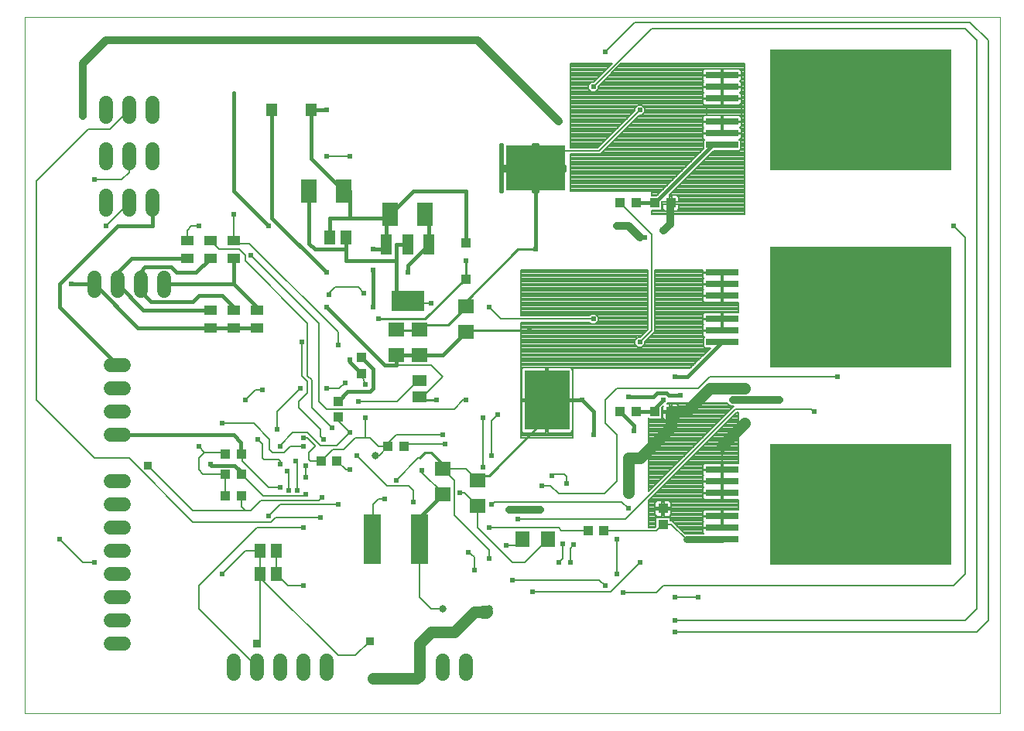
<source format=gbl>
G75*
%MOIN*%
%OFA0B0*%
%FSLAX25Y25*%
%IPPOS*%
%LPD*%
%AMOC8*
5,1,8,0,0,1.08239X$1,22.5*
%
%ADD10C,0.00000*%
%ADD11R,0.07087X0.06299*%
%ADD12R,0.05906X0.05118*%
%ADD13R,0.05118X0.05906*%
%ADD14R,0.06299X0.07087*%
%ADD15R,0.07283X0.21654*%
%ADD16R,0.06693X0.09843*%
%ADD17C,0.05937*%
%ADD18R,0.04331X0.04331*%
%ADD19R,0.05000X0.05787*%
%ADD20C,0.06000*%
%ADD21R,0.03937X0.04331*%
%ADD22R,0.04331X0.03937*%
%ADD23R,0.05512X0.04331*%
%ADD24R,0.04800X0.08800*%
%ADD25R,0.14173X0.08661*%
%ADD26R,0.25400X0.19200*%
%ADD27R,0.19200X0.25400*%
%ADD28R,0.78000X0.52000*%
%ADD29R,0.14000X0.02800*%
%ADD30C,0.03000*%
%ADD31C,0.00800*%
%ADD32C,0.01600*%
%ADD33C,0.01000*%
%ADD34C,0.02400*%
%ADD35C,0.03200*%
%ADD36R,0.03562X0.03562*%
%ADD37C,0.05000*%
%ADD38C,0.03169*%
%ADD39C,0.05500*%
%ADD40R,0.03169X0.03169*%
D10*
X0001000Y0001667D02*
X0001000Y0301667D01*
X0421000Y0301667D01*
X0421000Y0001667D01*
X0001000Y0001667D01*
D11*
X0181000Y0096155D03*
X0181000Y0107178D03*
X0196000Y0102178D03*
X0196000Y0091155D03*
X0171000Y0156155D03*
X0161000Y0156155D03*
X0161000Y0167178D03*
X0171000Y0167178D03*
X0191000Y0166155D03*
X0191000Y0177178D03*
D12*
X0171000Y0145013D03*
X0171000Y0138320D03*
D13*
X0109346Y0071667D03*
X0102654Y0071667D03*
X0102654Y0061667D03*
X0109346Y0061667D03*
X0132654Y0206667D03*
X0139346Y0206667D03*
D14*
X0215488Y0076667D03*
X0226512Y0076667D03*
D15*
X0171039Y0076667D03*
X0150961Y0076667D03*
D16*
X0158520Y0216667D03*
X0173480Y0216667D03*
X0138480Y0226667D03*
X0123520Y0226667D03*
D17*
X0061000Y0189635D02*
X0061000Y0183698D01*
X0051000Y0183698D02*
X0051000Y0189635D01*
X0041000Y0189635D02*
X0041000Y0183698D01*
X0031000Y0183698D02*
X0031000Y0189635D01*
X0038031Y0151667D02*
X0043969Y0151667D01*
X0043969Y0141667D02*
X0038031Y0141667D01*
X0038031Y0131667D02*
X0043969Y0131667D01*
X0043969Y0121667D02*
X0038031Y0121667D01*
X0038031Y0101667D02*
X0043969Y0101667D01*
X0043969Y0091667D02*
X0038031Y0091667D01*
X0038031Y0081667D02*
X0043969Y0081667D01*
X0043969Y0071667D02*
X0038031Y0071667D01*
X0038031Y0061667D02*
X0043969Y0061667D01*
X0043969Y0051667D02*
X0038031Y0051667D01*
X0038031Y0041667D02*
X0043969Y0041667D01*
X0043969Y0031667D02*
X0038031Y0031667D01*
X0091000Y0024635D02*
X0091000Y0018698D01*
X0101000Y0018698D02*
X0101000Y0024635D01*
X0111000Y0024635D02*
X0111000Y0018698D01*
X0121000Y0018698D02*
X0121000Y0024635D01*
X0131000Y0024635D02*
X0131000Y0018698D01*
X0181000Y0018698D02*
X0181000Y0024635D01*
X0191000Y0024635D02*
X0191000Y0018698D01*
D18*
X0191000Y0188989D03*
X0191000Y0204344D03*
D19*
X0124465Y0261667D03*
X0107535Y0261667D03*
D20*
X0056000Y0264667D02*
X0056000Y0258667D01*
X0046000Y0258667D02*
X0046000Y0264667D01*
X0036000Y0264667D02*
X0036000Y0258667D01*
X0036000Y0244667D02*
X0036000Y0238667D01*
X0046000Y0238667D02*
X0046000Y0244667D01*
X0056000Y0244667D02*
X0056000Y0238667D01*
X0056000Y0224667D02*
X0056000Y0218667D01*
X0046000Y0218667D02*
X0046000Y0224667D01*
X0036000Y0224667D02*
X0036000Y0218667D01*
D21*
X0157654Y0116667D03*
X0164346Y0116667D03*
X0135596Y0110417D03*
X0128904Y0110417D03*
X0094346Y0113542D03*
X0087654Y0113542D03*
X0087654Y0104792D03*
X0094346Y0104792D03*
X0094346Y0095417D03*
X0087654Y0095417D03*
X0243904Y0080417D03*
X0250596Y0080417D03*
X0257654Y0131667D03*
X0264346Y0131667D03*
X0272654Y0131667D03*
X0279346Y0131667D03*
X0279346Y0221667D03*
X0272654Y0221667D03*
X0264346Y0221667D03*
X0257654Y0221667D03*
D22*
X0146000Y0155013D03*
X0146000Y0148320D03*
X0136000Y0136263D03*
X0136000Y0129570D03*
X0276000Y0090013D03*
X0276000Y0083320D03*
D23*
X0101000Y0167730D03*
X0091000Y0167730D03*
X0081000Y0167730D03*
X0081000Y0175604D03*
X0091000Y0175604D03*
X0101000Y0175604D03*
X0091000Y0197730D03*
X0091000Y0205604D03*
X0081000Y0205604D03*
X0081000Y0197730D03*
X0071000Y0197730D03*
X0071000Y0205604D03*
D24*
X0156900Y0203867D03*
X0166000Y0203867D03*
X0175100Y0203867D03*
D25*
X0166000Y0179466D03*
D26*
X0221000Y0236667D03*
D27*
X0226000Y0136667D03*
D28*
X0361000Y0176667D03*
X0361000Y0261667D03*
X0361000Y0091667D03*
D29*
X0301450Y0096667D03*
X0301450Y0101667D03*
X0301450Y0106667D03*
X0301450Y0086667D03*
X0301450Y0081667D03*
X0301450Y0076667D03*
X0301450Y0161667D03*
X0301450Y0166667D03*
X0301450Y0171667D03*
X0301450Y0181667D03*
X0301450Y0186667D03*
X0301450Y0191667D03*
X0301450Y0246667D03*
X0301450Y0251667D03*
X0301450Y0256667D03*
X0301450Y0266667D03*
X0301450Y0271667D03*
X0301450Y0276667D03*
D30*
X0301450Y0076667D02*
X0286000Y0076667D01*
D31*
X0279346Y0083320D01*
X0276000Y0083320D01*
X0273096Y0080417D01*
X0250596Y0080417D01*
X0256000Y0076667D02*
X0256000Y0061667D01*
X0251000Y0056667D02*
X0248500Y0059167D01*
X0211000Y0059167D01*
X0219750Y0054167D02*
X0253500Y0054167D01*
X0266000Y0066667D01*
X0276000Y0056667D02*
X0401000Y0056667D01*
X0406000Y0061667D01*
X0406000Y0206667D01*
X0401000Y0211667D01*
X0351000Y0146667D02*
X0296000Y0146667D01*
X0291000Y0141667D01*
X0256000Y0141667D01*
X0251000Y0136667D01*
X0251000Y0126667D01*
X0256000Y0121667D01*
X0256000Y0101667D01*
X0250687Y0096354D01*
X0231000Y0096354D01*
X0227562Y0099792D01*
X0223812Y0099792D01*
X0228187Y0104167D02*
X0228812Y0104792D01*
X0233500Y0104792D01*
X0234437Y0103854D01*
X0234437Y0100729D01*
X0213500Y0085417D02*
X0259750Y0085417D01*
X0307250Y0132917D01*
X0339750Y0132917D01*
X0341000Y0131667D01*
X0308500Y0131517D02*
X0308500Y0109467D01*
X0301750Y0109467D01*
X0301750Y0106967D01*
X0301150Y0106967D01*
X0301150Y0109467D01*
X0294266Y0109467D01*
X0293910Y0109371D01*
X0293590Y0109187D01*
X0293330Y0108926D01*
X0293145Y0108607D01*
X0293050Y0108251D01*
X0293050Y0106967D01*
X0301150Y0106967D01*
X0301150Y0106367D01*
X0293050Y0106367D01*
X0293050Y0105082D01*
X0293145Y0104726D01*
X0293330Y0104407D01*
X0293570Y0104167D01*
X0293330Y0103926D01*
X0293145Y0103607D01*
X0293050Y0103251D01*
X0293050Y0101967D01*
X0301150Y0101967D01*
X0301150Y0106367D01*
X0301750Y0106367D01*
X0301750Y0103867D01*
X0301750Y0101967D01*
X0301150Y0101967D01*
X0301150Y0101367D01*
X0293050Y0101367D01*
X0293050Y0100082D01*
X0293145Y0099726D01*
X0293330Y0099407D01*
X0293570Y0099167D01*
X0293330Y0098926D01*
X0293145Y0098607D01*
X0293050Y0098251D01*
X0293050Y0096967D01*
X0301150Y0096967D01*
X0301150Y0101367D01*
X0301750Y0101367D01*
X0301750Y0098867D01*
X0301750Y0096967D01*
X0301150Y0096967D01*
X0301150Y0096367D01*
X0293050Y0096367D01*
X0293050Y0095082D01*
X0293145Y0094726D01*
X0293330Y0094407D01*
X0293590Y0094146D01*
X0293910Y0093962D01*
X0294266Y0093867D01*
X0301150Y0093867D01*
X0301150Y0096367D01*
X0301750Y0096367D01*
X0301750Y0093867D01*
X0308500Y0093867D01*
X0308500Y0089467D01*
X0301750Y0089467D01*
X0301750Y0086967D01*
X0301150Y0086967D01*
X0301150Y0089467D01*
X0294266Y0089467D01*
X0293910Y0089371D01*
X0293590Y0089187D01*
X0293330Y0088926D01*
X0293145Y0088607D01*
X0293050Y0088251D01*
X0293050Y0086967D01*
X0301150Y0086967D01*
X0301150Y0086367D01*
X0293050Y0086367D01*
X0293050Y0085082D01*
X0293145Y0084726D01*
X0293330Y0084407D01*
X0293570Y0084167D01*
X0293330Y0083926D01*
X0293145Y0083607D01*
X0293050Y0083251D01*
X0293050Y0081967D01*
X0301150Y0081967D01*
X0301150Y0086367D01*
X0301750Y0086367D01*
X0301750Y0083867D01*
X0301750Y0081967D01*
X0301150Y0081967D01*
X0301150Y0081367D01*
X0293050Y0081367D01*
X0293050Y0080082D01*
X0293145Y0079726D01*
X0293330Y0079407D01*
X0293570Y0079167D01*
X0285503Y0079167D01*
X0285487Y0079160D01*
X0279926Y0084720D01*
X0279165Y0084720D01*
X0279165Y0085703D01*
X0278580Y0086289D01*
X0273420Y0086289D01*
X0272835Y0085703D01*
X0272835Y0082135D01*
X0272517Y0081817D01*
X0269750Y0081817D01*
X0269750Y0093437D01*
X0307830Y0131517D01*
X0308500Y0131517D01*
X0308500Y0131025D02*
X0307339Y0131025D01*
X0306540Y0130227D02*
X0308500Y0130227D01*
X0308500Y0129428D02*
X0305742Y0129428D01*
X0304943Y0128630D02*
X0308500Y0128630D01*
X0308500Y0127831D02*
X0304145Y0127831D01*
X0303346Y0127033D02*
X0308500Y0127033D01*
X0308500Y0126234D02*
X0302548Y0126234D01*
X0301749Y0125436D02*
X0308500Y0125436D01*
X0308500Y0124637D02*
X0300951Y0124637D01*
X0300152Y0123839D02*
X0308500Y0123839D01*
X0308500Y0123040D02*
X0299354Y0123040D01*
X0298555Y0122242D02*
X0308500Y0122242D01*
X0308500Y0121443D02*
X0297757Y0121443D01*
X0296958Y0120645D02*
X0308500Y0120645D01*
X0308500Y0119846D02*
X0296160Y0119846D01*
X0295361Y0119048D02*
X0308500Y0119048D01*
X0308500Y0118249D02*
X0294563Y0118249D01*
X0293764Y0117451D02*
X0308500Y0117451D01*
X0308500Y0116652D02*
X0292966Y0116652D01*
X0292167Y0115854D02*
X0308500Y0115854D01*
X0308500Y0115055D02*
X0291369Y0115055D01*
X0290570Y0114257D02*
X0308500Y0114257D01*
X0308500Y0113458D02*
X0289771Y0113458D01*
X0288973Y0112660D02*
X0308500Y0112660D01*
X0308500Y0111861D02*
X0288174Y0111861D01*
X0287376Y0111063D02*
X0308500Y0111063D01*
X0308500Y0110264D02*
X0286577Y0110264D01*
X0285779Y0109466D02*
X0294262Y0109466D01*
X0293180Y0108667D02*
X0284980Y0108667D01*
X0284182Y0107869D02*
X0293050Y0107869D01*
X0293050Y0107070D02*
X0283383Y0107070D01*
X0282585Y0106272D02*
X0293050Y0106272D01*
X0293050Y0105473D02*
X0281786Y0105473D01*
X0280988Y0104675D02*
X0293175Y0104675D01*
X0293301Y0103876D02*
X0280189Y0103876D01*
X0279391Y0103078D02*
X0293050Y0103078D01*
X0293050Y0102279D02*
X0278592Y0102279D01*
X0277794Y0101481D02*
X0301150Y0101481D01*
X0301150Y0102279D02*
X0301750Y0102279D01*
X0301750Y0103078D02*
X0301150Y0103078D01*
X0301150Y0103876D02*
X0301750Y0103876D01*
X0301750Y0104675D02*
X0301150Y0104675D01*
X0301150Y0105473D02*
X0301750Y0105473D01*
X0301750Y0106272D02*
X0301150Y0106272D01*
X0301450Y0106667D02*
X0301450Y0117117D01*
X0301150Y0109466D02*
X0301750Y0109466D01*
X0301750Y0108667D02*
X0301150Y0108667D01*
X0301150Y0107869D02*
X0301750Y0107869D01*
X0301750Y0107070D02*
X0301150Y0107070D01*
X0301150Y0100682D02*
X0301750Y0100682D01*
X0301750Y0099884D02*
X0301150Y0099884D01*
X0301150Y0099085D02*
X0301750Y0099085D01*
X0301750Y0098287D02*
X0301150Y0098287D01*
X0301150Y0097488D02*
X0301750Y0097488D01*
X0301150Y0096690D02*
X0273003Y0096690D01*
X0273801Y0097488D02*
X0293050Y0097488D01*
X0293060Y0098287D02*
X0274600Y0098287D01*
X0275398Y0099085D02*
X0293489Y0099085D01*
X0293103Y0099884D02*
X0276197Y0099884D01*
X0276995Y0100682D02*
X0293050Y0100682D01*
X0293050Y0095891D02*
X0272204Y0095891D01*
X0271406Y0095092D02*
X0293050Y0095092D01*
X0293443Y0094294D02*
X0270607Y0094294D01*
X0269809Y0093495D02*
X0308500Y0093495D01*
X0308500Y0092697D02*
X0279369Y0092697D01*
X0279286Y0092841D02*
X0279025Y0093102D01*
X0278706Y0093286D01*
X0278350Y0093382D01*
X0276400Y0093382D01*
X0276400Y0090413D01*
X0279565Y0090413D01*
X0279565Y0092166D01*
X0279470Y0092522D01*
X0279286Y0092841D01*
X0279565Y0091898D02*
X0308500Y0091898D01*
X0308500Y0091100D02*
X0279565Y0091100D01*
X0279565Y0089613D02*
X0276400Y0089613D01*
X0276400Y0086645D01*
X0278350Y0086645D01*
X0278706Y0086740D01*
X0279025Y0086924D01*
X0279286Y0087185D01*
X0279470Y0087504D01*
X0279565Y0087860D01*
X0279565Y0089613D01*
X0279565Y0089503D02*
X0308500Y0089503D01*
X0308500Y0090301D02*
X0276400Y0090301D01*
X0276400Y0090413D02*
X0276400Y0089613D01*
X0275600Y0089613D01*
X0275600Y0086645D01*
X0273650Y0086645D01*
X0273294Y0086740D01*
X0272975Y0086924D01*
X0272714Y0087185D01*
X0272530Y0087504D01*
X0272435Y0087860D01*
X0272435Y0089613D01*
X0275600Y0089613D01*
X0275600Y0090413D01*
X0272435Y0090413D01*
X0272435Y0092166D01*
X0272530Y0092522D01*
X0272714Y0092841D01*
X0272975Y0093102D01*
X0273294Y0093286D01*
X0273650Y0093382D01*
X0275600Y0093382D01*
X0275600Y0090413D01*
X0276400Y0090413D01*
X0276400Y0091100D02*
X0275600Y0091100D01*
X0275600Y0091898D02*
X0276400Y0091898D01*
X0276400Y0092697D02*
X0275600Y0092697D01*
X0275600Y0090301D02*
X0269750Y0090301D01*
X0269750Y0089503D02*
X0272435Y0089503D01*
X0272435Y0088704D02*
X0269750Y0088704D01*
X0269750Y0087906D02*
X0272435Y0087906D01*
X0272792Y0087107D02*
X0269750Y0087107D01*
X0269750Y0086309D02*
X0293050Y0086309D01*
X0293050Y0087107D02*
X0279208Y0087107D01*
X0279565Y0087906D02*
X0293050Y0087906D01*
X0293202Y0088704D02*
X0279565Y0088704D01*
X0276400Y0088704D02*
X0275600Y0088704D01*
X0275600Y0087906D02*
X0276400Y0087906D01*
X0276400Y0087107D02*
X0275600Y0087107D01*
X0275600Y0089503D02*
X0276400Y0089503D01*
X0272435Y0091100D02*
X0269750Y0091100D01*
X0269750Y0091898D02*
X0272435Y0091898D01*
X0272631Y0092697D02*
X0269750Y0092697D01*
X0269750Y0097397D02*
X0269750Y0129022D01*
X0270271Y0128501D01*
X0275036Y0128501D01*
X0275622Y0129087D01*
X0275622Y0133743D01*
X0276008Y0134129D01*
X0275978Y0134016D01*
X0275978Y0132067D01*
X0278946Y0132067D01*
X0278946Y0131267D01*
X0275978Y0131267D01*
X0275978Y0129317D01*
X0276073Y0128961D01*
X0276258Y0128642D01*
X0276518Y0128381D01*
X0276838Y0128197D01*
X0277194Y0128101D01*
X0278946Y0128101D01*
X0278946Y0131267D01*
X0279746Y0131267D01*
X0279746Y0128101D01*
X0281499Y0128101D01*
X0281855Y0128197D01*
X0282175Y0128381D01*
X0282435Y0128642D01*
X0282620Y0128961D01*
X0282715Y0129317D01*
X0282715Y0131267D01*
X0279746Y0131267D01*
X0279746Y0132067D01*
X0278946Y0132067D01*
X0278946Y0135232D01*
X0277677Y0135232D01*
X0277861Y0135417D01*
X0303704Y0135417D01*
X0303796Y0135194D01*
X0304527Y0134462D01*
X0305483Y0134067D01*
X0306420Y0134067D01*
X0305850Y0133497D01*
X0269750Y0097397D01*
X0269750Y0097488D02*
X0269841Y0097488D01*
X0269750Y0098287D02*
X0270640Y0098287D01*
X0271438Y0099085D02*
X0269750Y0099085D01*
X0269750Y0099884D02*
X0272237Y0099884D01*
X0273036Y0100682D02*
X0269750Y0100682D01*
X0269750Y0101481D02*
X0273834Y0101481D01*
X0274633Y0102279D02*
X0269750Y0102279D01*
X0269750Y0103078D02*
X0275431Y0103078D01*
X0276230Y0103876D02*
X0269750Y0103876D01*
X0269750Y0104675D02*
X0277028Y0104675D01*
X0277827Y0105473D02*
X0269750Y0105473D01*
X0269750Y0106272D02*
X0278625Y0106272D01*
X0279424Y0107070D02*
X0269750Y0107070D01*
X0269750Y0107869D02*
X0280222Y0107869D01*
X0281021Y0108667D02*
X0269750Y0108667D01*
X0269750Y0109466D02*
X0281819Y0109466D01*
X0282618Y0110264D02*
X0269750Y0110264D01*
X0269750Y0111063D02*
X0283416Y0111063D01*
X0284215Y0111861D02*
X0269750Y0111861D01*
X0269750Y0112660D02*
X0285013Y0112660D01*
X0285812Y0113458D02*
X0269750Y0113458D01*
X0269750Y0114257D02*
X0286610Y0114257D01*
X0287409Y0115055D02*
X0269750Y0115055D01*
X0269750Y0115854D02*
X0288207Y0115854D01*
X0289006Y0116652D02*
X0269750Y0116652D01*
X0269750Y0117451D02*
X0289804Y0117451D01*
X0290603Y0118249D02*
X0269750Y0118249D01*
X0269750Y0119048D02*
X0291401Y0119048D01*
X0292200Y0119846D02*
X0269750Y0119846D01*
X0269750Y0120645D02*
X0292998Y0120645D01*
X0293797Y0121443D02*
X0269750Y0121443D01*
X0269750Y0122242D02*
X0294595Y0122242D01*
X0295394Y0123040D02*
X0269750Y0123040D01*
X0269750Y0123839D02*
X0296192Y0123839D01*
X0296991Y0124637D02*
X0269750Y0124637D01*
X0269750Y0125436D02*
X0297789Y0125436D01*
X0298588Y0126234D02*
X0269750Y0126234D01*
X0269750Y0127033D02*
X0299386Y0127033D01*
X0300185Y0127831D02*
X0269750Y0127831D01*
X0269750Y0128630D02*
X0270142Y0128630D01*
X0275165Y0128630D02*
X0276269Y0128630D01*
X0275978Y0129428D02*
X0275622Y0129428D01*
X0275622Y0130227D02*
X0275978Y0130227D01*
X0275978Y0131025D02*
X0275622Y0131025D01*
X0275622Y0131824D02*
X0278946Y0131824D01*
X0278946Y0132623D02*
X0279746Y0132623D01*
X0279746Y0132067D02*
X0279746Y0135232D01*
X0281499Y0135232D01*
X0281855Y0135137D01*
X0282175Y0134952D01*
X0282435Y0134692D01*
X0282620Y0134372D01*
X0282715Y0134016D01*
X0282715Y0132067D01*
X0279746Y0132067D01*
X0279746Y0131824D02*
X0304177Y0131824D01*
X0303379Y0131025D02*
X0282715Y0131025D01*
X0282715Y0130227D02*
X0302580Y0130227D01*
X0301782Y0129428D02*
X0282715Y0129428D01*
X0282423Y0128630D02*
X0300983Y0128630D01*
X0304976Y0132623D02*
X0282715Y0132623D01*
X0282715Y0133421D02*
X0305774Y0133421D01*
X0305114Y0134220D02*
X0282661Y0134220D01*
X0282061Y0135018D02*
X0303972Y0135018D01*
X0288226Y0150988D02*
X0214750Y0150988D01*
X0214750Y0150190D02*
X0215259Y0150190D01*
X0215280Y0150226D02*
X0215095Y0149907D01*
X0215000Y0149551D01*
X0215000Y0137067D01*
X0225600Y0137067D01*
X0225600Y0150767D01*
X0216216Y0150767D01*
X0215860Y0150671D01*
X0215540Y0150487D01*
X0215280Y0150226D01*
X0215000Y0149391D02*
X0214750Y0149391D01*
X0214750Y0148593D02*
X0215000Y0148593D01*
X0215000Y0147794D02*
X0214750Y0147794D01*
X0214750Y0146996D02*
X0215000Y0146996D01*
X0215000Y0146197D02*
X0214750Y0146197D01*
X0214750Y0145399D02*
X0215000Y0145399D01*
X0215000Y0144600D02*
X0214750Y0144600D01*
X0214750Y0143802D02*
X0215000Y0143802D01*
X0215000Y0143003D02*
X0214750Y0143003D01*
X0214750Y0142205D02*
X0215000Y0142205D01*
X0215000Y0141406D02*
X0214750Y0141406D01*
X0214750Y0140608D02*
X0215000Y0140608D01*
X0215000Y0139809D02*
X0214750Y0139809D01*
X0214750Y0139011D02*
X0215000Y0139011D01*
X0215000Y0138212D02*
X0214750Y0138212D01*
X0214750Y0137414D02*
X0215000Y0137414D01*
X0214750Y0136615D02*
X0225600Y0136615D01*
X0225600Y0136267D02*
X0215000Y0136267D01*
X0215000Y0123782D01*
X0215095Y0123426D01*
X0215280Y0123107D01*
X0215540Y0122846D01*
X0215860Y0122662D01*
X0216216Y0122567D01*
X0225600Y0122567D01*
X0225600Y0136267D01*
X0225600Y0137067D01*
X0226400Y0137067D01*
X0226400Y0150767D01*
X0235784Y0150767D01*
X0236140Y0150671D01*
X0236460Y0150487D01*
X0236720Y0150226D01*
X0236905Y0149907D01*
X0237000Y0149551D01*
X0237000Y0137067D01*
X0226400Y0137067D01*
X0226400Y0136267D01*
X0237000Y0136267D01*
X0237000Y0123782D01*
X0236905Y0123426D01*
X0236720Y0123107D01*
X0236460Y0122846D01*
X0236140Y0122662D01*
X0235784Y0122567D01*
X0226400Y0122567D01*
X0226400Y0136267D01*
X0225600Y0136267D01*
X0225600Y0135817D02*
X0226400Y0135817D01*
X0226400Y0136615D02*
X0237250Y0136615D01*
X0237250Y0135817D02*
X0237000Y0135817D01*
X0237000Y0135018D02*
X0237250Y0135018D01*
X0237250Y0134220D02*
X0237000Y0134220D01*
X0237000Y0133421D02*
X0237250Y0133421D01*
X0237250Y0132623D02*
X0237000Y0132623D01*
X0237000Y0131824D02*
X0237250Y0131824D01*
X0237250Y0131025D02*
X0237000Y0131025D01*
X0237000Y0130227D02*
X0237250Y0130227D01*
X0237250Y0129428D02*
X0237000Y0129428D01*
X0237000Y0128630D02*
X0237250Y0128630D01*
X0237250Y0127831D02*
X0237000Y0127831D01*
X0237000Y0127033D02*
X0237250Y0127033D01*
X0237250Y0126234D02*
X0237000Y0126234D01*
X0237000Y0125436D02*
X0237250Y0125436D01*
X0237250Y0124637D02*
X0237000Y0124637D01*
X0237000Y0123839D02*
X0237250Y0123839D01*
X0237250Y0123040D02*
X0236654Y0123040D01*
X0237250Y0122242D02*
X0214750Y0122242D01*
X0214750Y0123040D02*
X0215346Y0123040D01*
X0215000Y0123839D02*
X0214750Y0123839D01*
X0214750Y0124637D02*
X0215000Y0124637D01*
X0215000Y0125436D02*
X0214750Y0125436D01*
X0214750Y0126234D02*
X0215000Y0126234D01*
X0215000Y0127033D02*
X0214750Y0127033D01*
X0214750Y0127831D02*
X0215000Y0127831D01*
X0215000Y0128630D02*
X0214750Y0128630D01*
X0214750Y0129428D02*
X0215000Y0129428D01*
X0215000Y0130227D02*
X0214750Y0130227D01*
X0214750Y0131025D02*
X0215000Y0131025D01*
X0215000Y0131824D02*
X0214750Y0131824D01*
X0214750Y0132623D02*
X0215000Y0132623D01*
X0215000Y0133421D02*
X0214750Y0133421D01*
X0214750Y0134220D02*
X0215000Y0134220D01*
X0215000Y0135018D02*
X0214750Y0135018D01*
X0214750Y0135817D02*
X0215000Y0135817D01*
X0204750Y0130417D02*
X0202250Y0127917D01*
X0202250Y0112917D01*
X0198500Y0107917D02*
X0198500Y0129167D01*
X0191000Y0136667D02*
X0189750Y0136667D01*
X0186000Y0132917D01*
X0131000Y0132917D01*
X0127875Y0136042D01*
X0127875Y0169792D01*
X0098500Y0199167D01*
X0096000Y0199167D02*
X0096000Y0196667D01*
X0122875Y0169792D01*
X0122875Y0147292D01*
X0124750Y0145417D01*
X0124750Y0133542D01*
X0133500Y0124792D01*
X0136000Y0127917D02*
X0141000Y0122917D01*
X0135375Y0117292D01*
X0128500Y0117292D01*
X0122875Y0122917D01*
X0116625Y0122917D01*
X0111000Y0117292D01*
X0111000Y0116667D01*
X0112875Y0114167D02*
X0107875Y0114167D01*
X0106625Y0115417D01*
X0106625Y0119792D01*
X0099750Y0126667D01*
X0086000Y0126667D01*
X0076000Y0116667D02*
X0078500Y0114167D01*
X0087029Y0114167D01*
X0087654Y0113542D01*
X0094346Y0113542D02*
X0094750Y0113138D01*
X0094750Y0110417D01*
X0106000Y0099167D01*
X0111000Y0099167D01*
X0114750Y0097917D02*
X0114750Y0105417D01*
X0114125Y0106042D01*
X0111000Y0109167D02*
X0111000Y0110417D01*
X0110375Y0111042D01*
X0104125Y0111042D01*
X0103500Y0111667D01*
X0103500Y0117917D01*
X0101625Y0119792D01*
X0109750Y0124167D02*
X0109750Y0131667D01*
X0119750Y0141667D01*
X0122875Y0139792D02*
X0122875Y0144792D01*
X0120375Y0147292D01*
X0120375Y0161667D01*
X0136000Y0160417D02*
X0136000Y0166042D01*
X0097875Y0204167D01*
X0092437Y0204167D01*
X0091000Y0205604D01*
X0091000Y0216667D01*
X0076000Y0211667D02*
X0072875Y0211667D01*
X0071000Y0209792D01*
X0071000Y0205604D01*
X0081000Y0205604D02*
X0084937Y0201667D01*
X0093500Y0201667D01*
X0096000Y0199167D01*
X0132250Y0182917D02*
X0134750Y0185417D01*
X0144750Y0185417D01*
X0147250Y0182917D01*
X0132250Y0182917D02*
X0132250Y0182292D01*
X0166000Y0179466D02*
X0166924Y0178542D01*
X0176000Y0178542D01*
X0201000Y0176667D02*
X0206000Y0171667D01*
X0246000Y0171667D01*
X0247597Y0170153D02*
X0269600Y0170153D01*
X0269600Y0170951D02*
X0248200Y0170951D01*
X0248200Y0170755D02*
X0246911Y0169467D01*
X0245089Y0169467D01*
X0244289Y0170267D01*
X0214750Y0170267D01*
X0214750Y0120417D01*
X0237250Y0120417D01*
X0237250Y0150417D01*
X0287654Y0150417D01*
X0296504Y0159267D01*
X0294036Y0159267D01*
X0293450Y0159852D01*
X0293450Y0163481D01*
X0293927Y0163958D01*
X0293910Y0163962D01*
X0293590Y0164146D01*
X0293330Y0164407D01*
X0293145Y0164726D01*
X0293050Y0165082D01*
X0293050Y0166367D01*
X0301150Y0166367D01*
X0301150Y0166967D01*
X0301150Y0171367D01*
X0293050Y0171367D01*
X0293050Y0170082D01*
X0293145Y0169726D01*
X0293330Y0169407D01*
X0293570Y0169167D01*
X0293330Y0168926D01*
X0293145Y0168607D01*
X0293050Y0168251D01*
X0293050Y0166967D01*
X0301150Y0166967D01*
X0301750Y0166967D01*
X0301750Y0168867D01*
X0301750Y0171367D01*
X0301150Y0171367D01*
X0301150Y0171967D01*
X0301150Y0174467D01*
X0294266Y0174467D01*
X0293910Y0174371D01*
X0293590Y0174187D01*
X0293330Y0173926D01*
X0293145Y0173607D01*
X0293050Y0173251D01*
X0293050Y0171967D01*
X0301150Y0171967D01*
X0301750Y0171967D01*
X0301750Y0174467D01*
X0308500Y0174467D01*
X0308500Y0178867D01*
X0301750Y0178867D01*
X0301750Y0181367D01*
X0301150Y0181367D01*
X0293050Y0181367D01*
X0293050Y0180082D01*
X0293145Y0179726D01*
X0293330Y0179407D01*
X0293590Y0179146D01*
X0293910Y0178962D01*
X0294266Y0178867D01*
X0301150Y0178867D01*
X0301150Y0181367D01*
X0301150Y0181967D01*
X0301150Y0186367D01*
X0293050Y0186367D01*
X0293050Y0185082D01*
X0293145Y0184726D01*
X0293330Y0184407D01*
X0293570Y0184167D01*
X0293330Y0183926D01*
X0293145Y0183607D01*
X0293050Y0183251D01*
X0293050Y0181967D01*
X0301150Y0181967D01*
X0301750Y0181967D01*
X0301750Y0183867D01*
X0301750Y0186367D01*
X0301150Y0186367D01*
X0301150Y0186967D01*
X0301150Y0191367D01*
X0293050Y0191367D01*
X0293050Y0190082D01*
X0293145Y0189726D01*
X0293330Y0189407D01*
X0293570Y0189167D01*
X0293330Y0188926D01*
X0293145Y0188607D01*
X0293050Y0188251D01*
X0293050Y0186967D01*
X0301150Y0186967D01*
X0301750Y0186967D01*
X0301750Y0188867D01*
X0301750Y0191367D01*
X0301150Y0191367D01*
X0301150Y0191967D01*
X0293050Y0191967D01*
X0293050Y0192917D01*
X0272400Y0192917D01*
X0272400Y0166087D01*
X0268200Y0161887D01*
X0268200Y0160755D01*
X0266911Y0159467D01*
X0265089Y0159467D01*
X0263800Y0160755D01*
X0263800Y0162578D01*
X0265089Y0163867D01*
X0266220Y0163867D01*
X0269600Y0167247D01*
X0269600Y0192917D01*
X0214750Y0192917D01*
X0214750Y0173067D01*
X0244289Y0173067D01*
X0245089Y0173867D01*
X0246911Y0173867D01*
X0248200Y0172578D01*
X0248200Y0170755D01*
X0248200Y0171750D02*
X0269600Y0171750D01*
X0269600Y0172548D02*
X0248200Y0172548D01*
X0247431Y0173347D02*
X0269600Y0173347D01*
X0269600Y0174145D02*
X0214750Y0174145D01*
X0214750Y0173347D02*
X0244569Y0173347D01*
X0244403Y0170153D02*
X0214750Y0170153D01*
X0214750Y0169354D02*
X0269600Y0169354D01*
X0269600Y0168556D02*
X0214750Y0168556D01*
X0214750Y0167757D02*
X0269600Y0167757D01*
X0269312Y0166959D02*
X0214750Y0166959D01*
X0214750Y0166160D02*
X0268513Y0166160D01*
X0267715Y0165361D02*
X0214750Y0165361D01*
X0214750Y0164563D02*
X0266916Y0164563D01*
X0264987Y0163764D02*
X0214750Y0163764D01*
X0214750Y0162966D02*
X0264188Y0162966D01*
X0263800Y0162167D02*
X0214750Y0162167D01*
X0214750Y0161369D02*
X0263800Y0161369D01*
X0263985Y0160570D02*
X0214750Y0160570D01*
X0214750Y0159772D02*
X0264783Y0159772D01*
X0266000Y0161667D02*
X0271000Y0166667D01*
X0271000Y0208229D01*
X0266000Y0213229D01*
X0266000Y0213320D01*
X0257654Y0221667D01*
X0271000Y0224832D02*
X0271000Y0226667D01*
X0236000Y0226667D01*
X0236000Y0242767D01*
X0249080Y0242767D01*
X0265780Y0259467D01*
X0266911Y0259467D01*
X0268200Y0260755D01*
X0268200Y0262578D01*
X0266911Y0263867D01*
X0265089Y0263867D01*
X0263800Y0262578D01*
X0263800Y0261447D01*
X0247920Y0245567D01*
X0236000Y0245567D01*
X0236000Y0281667D01*
X0254020Y0281667D01*
X0246220Y0273867D01*
X0245089Y0273867D01*
X0243800Y0272578D01*
X0243800Y0270755D01*
X0245089Y0269467D01*
X0246911Y0269467D01*
X0248200Y0270755D01*
X0248200Y0271887D01*
X0257980Y0281667D01*
X0311000Y0281667D01*
X0311000Y0216667D01*
X0271000Y0216667D01*
X0271000Y0218501D01*
X0275036Y0218501D01*
X0275622Y0219087D01*
X0275622Y0222090D01*
X0275978Y0222445D01*
X0275978Y0222067D01*
X0278946Y0222067D01*
X0278946Y0225232D01*
X0278764Y0225232D01*
X0297799Y0244267D01*
X0308864Y0244267D01*
X0309450Y0244852D01*
X0309450Y0248481D01*
X0308973Y0248958D01*
X0308990Y0248962D01*
X0309310Y0249146D01*
X0309570Y0249407D01*
X0309755Y0249726D01*
X0309850Y0250082D01*
X0309850Y0251367D01*
X0301750Y0251367D01*
X0301750Y0251967D01*
X0301150Y0251967D01*
X0301150Y0256367D01*
X0293050Y0256367D01*
X0293050Y0255082D01*
X0293145Y0254726D01*
X0293330Y0254407D01*
X0293570Y0254167D01*
X0293330Y0253926D01*
X0293145Y0253607D01*
X0293050Y0253251D01*
X0293050Y0251967D01*
X0301150Y0251967D01*
X0301150Y0256367D01*
X0301150Y0256967D01*
X0301150Y0259467D01*
X0294266Y0259467D01*
X0293910Y0259371D01*
X0293590Y0259187D01*
X0293330Y0258926D01*
X0293145Y0258607D01*
X0293050Y0258251D01*
X0293050Y0256967D01*
X0301150Y0256967D01*
X0301750Y0256967D01*
X0301750Y0259467D01*
X0308634Y0259467D01*
X0308990Y0259371D01*
X0309310Y0259187D01*
X0309570Y0258926D01*
X0309755Y0258607D01*
X0309850Y0258251D01*
X0309850Y0256967D01*
X0301750Y0256967D01*
X0301150Y0256967D01*
X0301150Y0259467D01*
X0294750Y0259467D01*
X0294750Y0263867D01*
X0301150Y0263867D01*
X0301150Y0266367D01*
X0293050Y0266367D01*
X0293050Y0265082D01*
X0293145Y0264726D01*
X0293330Y0264407D01*
X0293590Y0264146D01*
X0293910Y0263962D01*
X0294266Y0263867D01*
X0301150Y0263867D01*
X0301150Y0266367D01*
X0301150Y0266967D01*
X0301150Y0271367D01*
X0293050Y0271367D01*
X0293050Y0270082D01*
X0293145Y0269726D01*
X0293330Y0269407D01*
X0293570Y0269167D01*
X0293330Y0268926D01*
X0293145Y0268607D01*
X0293050Y0268251D01*
X0293050Y0266967D01*
X0301150Y0266967D01*
X0301750Y0266967D01*
X0301750Y0269467D01*
X0301750Y0271367D01*
X0301750Y0271967D01*
X0301150Y0271967D01*
X0301150Y0276367D01*
X0293050Y0276367D01*
X0293050Y0275082D01*
X0293145Y0274726D01*
X0293330Y0274407D01*
X0293570Y0274167D01*
X0293330Y0273926D01*
X0293145Y0273607D01*
X0293050Y0273251D01*
X0293050Y0271967D01*
X0301150Y0271967D01*
X0301150Y0276367D01*
X0301150Y0276967D01*
X0301150Y0279467D01*
X0294266Y0279467D01*
X0293910Y0279371D01*
X0293590Y0279187D01*
X0293330Y0278926D01*
X0293145Y0278607D01*
X0293050Y0278251D01*
X0293050Y0276967D01*
X0301150Y0276967D01*
X0301750Y0276967D01*
X0301750Y0279467D01*
X0308634Y0279467D01*
X0308990Y0279371D01*
X0309310Y0279187D01*
X0309570Y0278926D01*
X0309755Y0278607D01*
X0309850Y0278251D01*
X0309850Y0276967D01*
X0301750Y0276967D01*
X0301750Y0276367D01*
X0309850Y0276367D01*
X0309850Y0275082D01*
X0309755Y0274726D01*
X0309570Y0274407D01*
X0309330Y0274167D01*
X0309570Y0273926D01*
X0309755Y0273607D01*
X0309850Y0273251D01*
X0309850Y0271967D01*
X0301750Y0271967D01*
X0301750Y0273867D01*
X0301750Y0276367D01*
X0301150Y0276367D01*
X0294750Y0276367D01*
X0294750Y0276967D01*
X0301150Y0276967D01*
X0301150Y0276367D01*
X0301750Y0276367D01*
X0301750Y0273867D01*
X0301750Y0271967D01*
X0301150Y0271967D01*
X0301150Y0271367D01*
X0301750Y0271367D01*
X0309850Y0271367D01*
X0309850Y0270082D01*
X0309755Y0269726D01*
X0309570Y0269407D01*
X0309330Y0269167D01*
X0309570Y0268926D01*
X0309755Y0268607D01*
X0309850Y0268251D01*
X0309850Y0266967D01*
X0301750Y0266967D01*
X0301150Y0266967D01*
X0301150Y0271367D01*
X0301750Y0271367D01*
X0301750Y0269467D01*
X0301750Y0266967D01*
X0301750Y0266367D01*
X0309850Y0266367D01*
X0309850Y0265082D01*
X0309755Y0264726D01*
X0309570Y0264407D01*
X0309310Y0264146D01*
X0308990Y0263962D01*
X0308634Y0263867D01*
X0301750Y0263867D01*
X0301750Y0266367D01*
X0301150Y0266367D01*
X0301750Y0266367D01*
X0301750Y0263867D01*
X0308634Y0263867D01*
X0308990Y0263962D01*
X0309310Y0264146D01*
X0309570Y0264407D01*
X0309750Y0264718D01*
X0309750Y0258615D01*
X0309570Y0258926D01*
X0309310Y0259187D01*
X0308990Y0259371D01*
X0308634Y0259467D01*
X0301750Y0259467D01*
X0301750Y0256967D01*
X0301750Y0256367D01*
X0309850Y0256367D01*
X0309850Y0255082D01*
X0309755Y0254726D01*
X0309570Y0254407D01*
X0309330Y0254167D01*
X0309570Y0253926D01*
X0309755Y0253607D01*
X0309850Y0253251D01*
X0309850Y0251967D01*
X0301750Y0251967D01*
X0301750Y0253867D01*
X0301750Y0256367D01*
X0301150Y0256367D01*
X0301750Y0256367D01*
X0301750Y0253867D01*
X0301750Y0251967D01*
X0301150Y0251967D01*
X0301150Y0251367D01*
X0293050Y0251367D01*
X0293050Y0250082D01*
X0293145Y0249726D01*
X0293330Y0249407D01*
X0293590Y0249146D01*
X0293910Y0248962D01*
X0293927Y0248958D01*
X0293450Y0248481D01*
X0293450Y0245009D01*
X0273273Y0224832D01*
X0271000Y0224832D01*
X0271000Y0225250D02*
X0273691Y0225250D01*
X0274490Y0226048D02*
X0271000Y0226048D01*
X0275288Y0226847D02*
X0236000Y0226847D01*
X0236000Y0227645D02*
X0276087Y0227645D01*
X0276885Y0228444D02*
X0236000Y0228444D01*
X0236000Y0229242D02*
X0277684Y0229242D01*
X0278482Y0230041D02*
X0236000Y0230041D01*
X0236000Y0230839D02*
X0279281Y0230839D01*
X0280079Y0231638D02*
X0236000Y0231638D01*
X0236000Y0232436D02*
X0280878Y0232436D01*
X0281676Y0233235D02*
X0236000Y0233235D01*
X0236000Y0234033D02*
X0282475Y0234033D01*
X0283273Y0234832D02*
X0236000Y0234832D01*
X0236000Y0235630D02*
X0284072Y0235630D01*
X0284870Y0236429D02*
X0236000Y0236429D01*
X0236000Y0237227D02*
X0285669Y0237227D01*
X0286467Y0238026D02*
X0236000Y0238026D01*
X0236000Y0238825D02*
X0287266Y0238825D01*
X0288064Y0239623D02*
X0236000Y0239623D01*
X0236000Y0240422D02*
X0288863Y0240422D01*
X0289661Y0241220D02*
X0236000Y0241220D01*
X0236000Y0242019D02*
X0290460Y0242019D01*
X0291258Y0242817D02*
X0249130Y0242817D01*
X0249929Y0243616D02*
X0292057Y0243616D01*
X0292855Y0244414D02*
X0250727Y0244414D01*
X0251526Y0245213D02*
X0293450Y0245213D01*
X0293450Y0246011D02*
X0252324Y0246011D01*
X0253123Y0246810D02*
X0293450Y0246810D01*
X0293450Y0247608D02*
X0253921Y0247608D01*
X0254720Y0248407D02*
X0293450Y0248407D01*
X0293532Y0249205D02*
X0255518Y0249205D01*
X0256317Y0250004D02*
X0293071Y0250004D01*
X0293050Y0250802D02*
X0257115Y0250802D01*
X0257914Y0251601D02*
X0301150Y0251601D01*
X0301750Y0251601D02*
X0311000Y0251601D01*
X0311000Y0252399D02*
X0309850Y0252399D01*
X0309850Y0253198D02*
X0311000Y0253198D01*
X0311000Y0253996D02*
X0309500Y0253996D01*
X0309773Y0254795D02*
X0311000Y0254795D01*
X0311000Y0255593D02*
X0309850Y0255593D01*
X0311000Y0256392D02*
X0301750Y0256392D01*
X0301150Y0256392D02*
X0262705Y0256392D01*
X0263504Y0257190D02*
X0293050Y0257190D01*
X0293050Y0257989D02*
X0264302Y0257989D01*
X0265101Y0258787D02*
X0293249Y0258787D01*
X0294750Y0259586D02*
X0309750Y0259586D01*
X0309750Y0260384D02*
X0294750Y0260384D01*
X0294750Y0261183D02*
X0309750Y0261183D01*
X0309750Y0261981D02*
X0294750Y0261981D01*
X0294750Y0262780D02*
X0309750Y0262780D01*
X0309750Y0263578D02*
X0294750Y0263578D01*
X0293360Y0264377D02*
X0236000Y0264377D01*
X0236000Y0265175D02*
X0293050Y0265175D01*
X0293050Y0265974D02*
X0236000Y0265974D01*
X0236000Y0266772D02*
X0301150Y0266772D01*
X0301750Y0266772D02*
X0311000Y0266772D01*
X0311000Y0265974D02*
X0309850Y0265974D01*
X0309850Y0265175D02*
X0311000Y0265175D01*
X0311000Y0264377D02*
X0309540Y0264377D01*
X0309750Y0264377D01*
X0311000Y0263578D02*
X0267200Y0263578D01*
X0267998Y0262780D02*
X0311000Y0262780D01*
X0311000Y0261981D02*
X0268200Y0261981D01*
X0268200Y0261183D02*
X0311000Y0261183D01*
X0311000Y0260384D02*
X0267829Y0260384D01*
X0267030Y0259586D02*
X0311000Y0259586D01*
X0311000Y0258787D02*
X0309651Y0258787D01*
X0309750Y0258787D01*
X0309850Y0257989D02*
X0311000Y0257989D01*
X0311000Y0257190D02*
X0309850Y0257190D01*
X0309850Y0250802D02*
X0311000Y0250802D01*
X0311000Y0250004D02*
X0309829Y0250004D01*
X0309368Y0249205D02*
X0311000Y0249205D01*
X0311000Y0248407D02*
X0309450Y0248407D01*
X0309450Y0247608D02*
X0311000Y0247608D01*
X0311000Y0246810D02*
X0309450Y0246810D01*
X0309450Y0246011D02*
X0311000Y0246011D01*
X0311000Y0245213D02*
X0309450Y0245213D01*
X0309012Y0244414D02*
X0311000Y0244414D01*
X0311000Y0243616D02*
X0297148Y0243616D01*
X0296350Y0242817D02*
X0311000Y0242817D01*
X0311000Y0242019D02*
X0295551Y0242019D01*
X0294753Y0241220D02*
X0311000Y0241220D01*
X0311000Y0240422D02*
X0293954Y0240422D01*
X0293155Y0239623D02*
X0311000Y0239623D01*
X0311000Y0238825D02*
X0292357Y0238825D01*
X0291558Y0238026D02*
X0311000Y0238026D01*
X0311000Y0237227D02*
X0290760Y0237227D01*
X0289961Y0236429D02*
X0311000Y0236429D01*
X0311000Y0235630D02*
X0289163Y0235630D01*
X0288364Y0234832D02*
X0311000Y0234832D01*
X0311000Y0234033D02*
X0287566Y0234033D01*
X0286767Y0233235D02*
X0311000Y0233235D01*
X0311000Y0232436D02*
X0285969Y0232436D01*
X0285170Y0231638D02*
X0311000Y0231638D01*
X0311000Y0230839D02*
X0284372Y0230839D01*
X0283573Y0230041D02*
X0311000Y0230041D01*
X0311000Y0229242D02*
X0282775Y0229242D01*
X0281976Y0228444D02*
X0311000Y0228444D01*
X0311000Y0227645D02*
X0281178Y0227645D01*
X0280379Y0226847D02*
X0311000Y0226847D01*
X0311000Y0226048D02*
X0279581Y0226048D01*
X0279746Y0225232D02*
X0279746Y0222067D01*
X0278946Y0222067D01*
X0278946Y0221267D01*
X0275978Y0221267D01*
X0275978Y0219317D01*
X0276073Y0218961D01*
X0276258Y0218642D01*
X0276518Y0218381D01*
X0276838Y0218197D01*
X0277194Y0218101D01*
X0278946Y0218101D01*
X0278946Y0221267D01*
X0279746Y0221267D01*
X0279746Y0218101D01*
X0281499Y0218101D01*
X0281855Y0218197D01*
X0282175Y0218381D01*
X0282435Y0218642D01*
X0282620Y0218961D01*
X0282715Y0219317D01*
X0282715Y0221267D01*
X0279746Y0221267D01*
X0279746Y0222067D01*
X0282715Y0222067D01*
X0282715Y0224016D01*
X0282620Y0224372D01*
X0282435Y0224692D01*
X0282175Y0224952D01*
X0281855Y0225137D01*
X0281499Y0225232D01*
X0279746Y0225232D01*
X0279746Y0224451D02*
X0278946Y0224451D01*
X0278946Y0223653D02*
X0279746Y0223653D01*
X0279746Y0222854D02*
X0278946Y0222854D01*
X0278946Y0222056D02*
X0275622Y0222056D01*
X0275622Y0221257D02*
X0275978Y0221257D01*
X0275978Y0220459D02*
X0275622Y0220459D01*
X0275622Y0219660D02*
X0275978Y0219660D01*
X0276131Y0218862D02*
X0275397Y0218862D01*
X0278946Y0218862D02*
X0279746Y0218862D01*
X0279746Y0219660D02*
X0278946Y0219660D01*
X0278946Y0220459D02*
X0279746Y0220459D01*
X0279746Y0221257D02*
X0278946Y0221257D01*
X0279125Y0221445D02*
X0279346Y0221667D01*
X0279746Y0222056D02*
X0311000Y0222056D01*
X0311000Y0222854D02*
X0282715Y0222854D01*
X0282715Y0223653D02*
X0311000Y0223653D01*
X0311000Y0224451D02*
X0282574Y0224451D01*
X0282715Y0221257D02*
X0311000Y0221257D01*
X0311000Y0220459D02*
X0282715Y0220459D01*
X0282715Y0219660D02*
X0311000Y0219660D01*
X0311000Y0218862D02*
X0282562Y0218862D01*
X0278782Y0225250D02*
X0311000Y0225250D01*
X0311000Y0218063D02*
X0271000Y0218063D01*
X0271000Y0217265D02*
X0311000Y0217265D01*
X0301150Y0191712D02*
X0272400Y0191712D01*
X0272400Y0190914D02*
X0293050Y0190914D01*
X0293050Y0190115D02*
X0272400Y0190115D01*
X0272400Y0189317D02*
X0293420Y0189317D01*
X0293122Y0188518D02*
X0272400Y0188518D01*
X0272400Y0187720D02*
X0293050Y0187720D01*
X0293050Y0186123D02*
X0272400Y0186123D01*
X0272400Y0186921D02*
X0301150Y0186921D01*
X0301150Y0186123D02*
X0301750Y0186123D01*
X0301750Y0185324D02*
X0301150Y0185324D01*
X0301150Y0184526D02*
X0301750Y0184526D01*
X0301750Y0183727D02*
X0301150Y0183727D01*
X0301150Y0182929D02*
X0301750Y0182929D01*
X0301750Y0182130D02*
X0301150Y0182130D01*
X0301150Y0181332D02*
X0301750Y0181332D01*
X0301750Y0180533D02*
X0301150Y0180533D01*
X0301150Y0179735D02*
X0301750Y0179735D01*
X0301750Y0178936D02*
X0301150Y0178936D01*
X0301150Y0174145D02*
X0301750Y0174145D01*
X0301750Y0173347D02*
X0301150Y0173347D01*
X0301150Y0172548D02*
X0301750Y0172548D01*
X0301150Y0171750D02*
X0272400Y0171750D01*
X0272400Y0172548D02*
X0293050Y0172548D01*
X0293076Y0173347D02*
X0272400Y0173347D01*
X0272400Y0174145D02*
X0293549Y0174145D01*
X0293050Y0170951D02*
X0272400Y0170951D01*
X0272400Y0170153D02*
X0293050Y0170153D01*
X0293383Y0169354D02*
X0272400Y0169354D01*
X0272400Y0168556D02*
X0293132Y0168556D01*
X0293050Y0167757D02*
X0272400Y0167757D01*
X0272400Y0166959D02*
X0301150Y0166959D01*
X0301150Y0167757D02*
X0301750Y0167757D01*
X0301750Y0168556D02*
X0301150Y0168556D01*
X0301150Y0169354D02*
X0301750Y0169354D01*
X0301750Y0170153D02*
X0301150Y0170153D01*
X0301150Y0170951D02*
X0301750Y0170951D01*
X0308500Y0174944D02*
X0272400Y0174944D01*
X0272400Y0175742D02*
X0308500Y0175742D01*
X0308500Y0176541D02*
X0272400Y0176541D01*
X0272400Y0177339D02*
X0308500Y0177339D01*
X0308500Y0178138D02*
X0272400Y0178138D01*
X0272400Y0178936D02*
X0294006Y0178936D01*
X0293143Y0179735D02*
X0272400Y0179735D01*
X0272400Y0180533D02*
X0293050Y0180533D01*
X0293050Y0181332D02*
X0272400Y0181332D01*
X0272400Y0182130D02*
X0293050Y0182130D01*
X0293050Y0182929D02*
X0272400Y0182929D01*
X0272400Y0183727D02*
X0293215Y0183727D01*
X0293261Y0184526D02*
X0272400Y0184526D01*
X0272400Y0185324D02*
X0293050Y0185324D01*
X0293050Y0192511D02*
X0272400Y0192511D01*
X0269600Y0192511D02*
X0214750Y0192511D01*
X0214750Y0191712D02*
X0269600Y0191712D01*
X0269600Y0190914D02*
X0214750Y0190914D01*
X0214750Y0190115D02*
X0269600Y0190115D01*
X0269600Y0189317D02*
X0214750Y0189317D01*
X0214750Y0188518D02*
X0269600Y0188518D01*
X0269600Y0187720D02*
X0214750Y0187720D01*
X0214750Y0186921D02*
X0269600Y0186921D01*
X0269600Y0186123D02*
X0214750Y0186123D01*
X0214750Y0185324D02*
X0269600Y0185324D01*
X0269600Y0184526D02*
X0214750Y0184526D01*
X0214750Y0183727D02*
X0269600Y0183727D01*
X0269600Y0182929D02*
X0214750Y0182929D01*
X0214750Y0182130D02*
X0269600Y0182130D01*
X0269600Y0181332D02*
X0214750Y0181332D01*
X0214750Y0180533D02*
X0269600Y0180533D01*
X0269600Y0179735D02*
X0214750Y0179735D01*
X0214750Y0178936D02*
X0269600Y0178936D01*
X0269600Y0178138D02*
X0214750Y0178138D01*
X0214750Y0177339D02*
X0269600Y0177339D01*
X0269600Y0176541D02*
X0214750Y0176541D01*
X0214750Y0175742D02*
X0269600Y0175742D01*
X0269600Y0174944D02*
X0214750Y0174944D01*
X0214750Y0158973D02*
X0296211Y0158973D01*
X0295413Y0158175D02*
X0214750Y0158175D01*
X0214750Y0157376D02*
X0294614Y0157376D01*
X0293816Y0156578D02*
X0214750Y0156578D01*
X0214750Y0155779D02*
X0293017Y0155779D01*
X0292219Y0154981D02*
X0214750Y0154981D01*
X0214750Y0154182D02*
X0291420Y0154182D01*
X0290622Y0153384D02*
X0214750Y0153384D01*
X0214750Y0152585D02*
X0289823Y0152585D01*
X0289025Y0151787D02*
X0214750Y0151787D01*
X0225600Y0150190D02*
X0226400Y0150190D01*
X0226400Y0149391D02*
X0225600Y0149391D01*
X0225600Y0148593D02*
X0226400Y0148593D01*
X0226400Y0147794D02*
X0225600Y0147794D01*
X0225600Y0146996D02*
X0226400Y0146996D01*
X0226400Y0146197D02*
X0225600Y0146197D01*
X0225600Y0145399D02*
X0226400Y0145399D01*
X0226400Y0144600D02*
X0225600Y0144600D01*
X0225600Y0143802D02*
X0226400Y0143802D01*
X0226400Y0143003D02*
X0225600Y0143003D01*
X0225600Y0142205D02*
X0226400Y0142205D01*
X0226400Y0141406D02*
X0225600Y0141406D01*
X0225600Y0140608D02*
X0226400Y0140608D01*
X0226400Y0139809D02*
X0225600Y0139809D01*
X0225600Y0139011D02*
X0226400Y0139011D01*
X0226400Y0138212D02*
X0225600Y0138212D01*
X0225600Y0137414D02*
X0226400Y0137414D01*
X0226400Y0135018D02*
X0225600Y0135018D01*
X0225600Y0134220D02*
X0226400Y0134220D01*
X0226400Y0133421D02*
X0225600Y0133421D01*
X0225600Y0132623D02*
X0226400Y0132623D01*
X0226400Y0131824D02*
X0225600Y0131824D01*
X0225600Y0131025D02*
X0226400Y0131025D01*
X0226400Y0130227D02*
X0225600Y0130227D01*
X0225600Y0129428D02*
X0226400Y0129428D01*
X0226400Y0128630D02*
X0225600Y0128630D01*
X0225600Y0127831D02*
X0226400Y0127831D01*
X0226400Y0127033D02*
X0225600Y0127033D01*
X0225600Y0126234D02*
X0226400Y0126234D01*
X0226400Y0125436D02*
X0225600Y0125436D01*
X0225600Y0124637D02*
X0226400Y0124637D01*
X0226400Y0123839D02*
X0225600Y0123839D01*
X0225600Y0123040D02*
X0226400Y0123040D01*
X0237250Y0121443D02*
X0214750Y0121443D01*
X0214750Y0120645D02*
X0237250Y0120645D01*
X0257654Y0131667D02*
X0258500Y0130820D01*
X0275622Y0132623D02*
X0275978Y0132623D01*
X0275978Y0133421D02*
X0275622Y0133421D01*
X0278946Y0133421D02*
X0279746Y0133421D01*
X0279746Y0134220D02*
X0278946Y0134220D01*
X0278946Y0135018D02*
X0279746Y0135018D01*
X0279746Y0131025D02*
X0278946Y0131025D01*
X0278946Y0130227D02*
X0279746Y0130227D01*
X0279746Y0129428D02*
X0278946Y0129428D01*
X0278946Y0128630D02*
X0279746Y0128630D01*
X0261000Y0113320D02*
X0261000Y0111667D01*
X0258187Y0092917D02*
X0261000Y0090104D01*
X0258187Y0092917D02*
X0203500Y0092917D01*
X0202250Y0091667D01*
X0196000Y0091155D02*
X0196000Y0081667D01*
X0211000Y0066667D01*
X0216512Y0066667D01*
X0226512Y0076667D01*
X0231000Y0081667D02*
X0201000Y0081667D01*
X0208500Y0074167D02*
X0212988Y0074167D01*
X0215488Y0076667D01*
X0231000Y0081667D02*
X0232250Y0080417D01*
X0243904Y0080417D01*
X0237562Y0074479D02*
X0236000Y0072917D01*
X0236000Y0066667D01*
X0232875Y0068542D02*
X0232875Y0074792D01*
X0232875Y0068542D02*
X0231000Y0066667D01*
X0201000Y0068542D02*
X0201000Y0072292D01*
X0186000Y0087292D01*
X0186000Y0102178D01*
X0181000Y0107178D01*
X0191000Y0107178D01*
X0196000Y0102178D01*
X0190488Y0096667D02*
X0188500Y0096667D01*
X0190488Y0096667D02*
X0196000Y0091155D01*
X0181000Y0096155D02*
X0181000Y0096667D01*
X0172250Y0105417D01*
X0172250Y0106354D01*
X0171000Y0111667D02*
X0170375Y0111667D01*
X0161000Y0102292D01*
X0157250Y0099792D02*
X0166625Y0099792D01*
X0168500Y0097917D01*
X0168500Y0092917D01*
X0157250Y0099792D02*
X0144125Y0112917D01*
X0138500Y0115417D02*
X0143500Y0120417D01*
X0147875Y0120417D01*
X0149750Y0120417D01*
X0153500Y0116667D01*
X0157654Y0116667D01*
X0157654Y0118320D01*
X0161000Y0121667D01*
X0181000Y0121667D01*
X0182250Y0117917D02*
X0165596Y0117917D01*
X0164346Y0116667D01*
X0157654Y0116667D02*
X0153904Y0112917D01*
X0152250Y0112917D01*
X0147875Y0120417D02*
X0147875Y0129167D01*
X0144750Y0136042D02*
X0161625Y0136042D01*
X0170596Y0145013D01*
X0171000Y0145013D01*
X0171000Y0138320D02*
X0172654Y0138320D01*
X0181000Y0146667D01*
X0176000Y0151667D01*
X0161000Y0151667D01*
X0146000Y0148320D02*
X0147875Y0143542D01*
X0139125Y0144167D02*
X0136625Y0141667D01*
X0131000Y0141667D01*
X0122875Y0139792D02*
X0119125Y0136042D01*
X0119125Y0133542D01*
X0128500Y0124167D01*
X0128500Y0121042D01*
X0129750Y0119792D01*
X0126000Y0117292D02*
X0122875Y0120417D01*
X0121000Y0120417D01*
X0121000Y0116667D02*
X0115375Y0116667D01*
X0112875Y0114167D01*
X0117875Y0110417D02*
X0118500Y0109792D01*
X0118500Y0097917D01*
X0121625Y0095417D02*
X0103721Y0095417D01*
X0094346Y0104792D01*
X0087654Y0104792D02*
X0077875Y0104792D01*
X0076000Y0106667D01*
X0076000Y0111667D01*
X0078500Y0114167D01*
X0087654Y0104792D02*
X0087654Y0095417D01*
X0094346Y0095417D02*
X0094346Y0090820D01*
X0096000Y0089167D01*
X0073500Y0089167D01*
X0054125Y0108542D01*
X0046000Y0111667D02*
X0031000Y0111667D01*
X0006000Y0136667D01*
X0006000Y0231042D01*
X0028500Y0253542D01*
X0037875Y0253542D01*
X0046000Y0261667D01*
X0046000Y0241667D02*
X0046000Y0234792D01*
X0042875Y0231667D01*
X0031000Y0231667D01*
X0046000Y0221667D02*
X0036000Y0211667D01*
X0100375Y0141042D02*
X0096000Y0136667D01*
X0100375Y0141042D02*
X0103500Y0141042D01*
X0126000Y0117292D02*
X0126000Y0116667D01*
X0123500Y0114167D01*
X0123500Y0111042D01*
X0124125Y0110417D01*
X0128904Y0110417D01*
X0133904Y0115417D01*
X0138500Y0115417D01*
X0135596Y0110417D02*
X0139346Y0106667D01*
X0141000Y0106667D01*
X0129125Y0094792D02*
X0127875Y0093542D01*
X0102875Y0093542D01*
X0098500Y0089167D01*
X0096000Y0089167D01*
X0101000Y0081667D02*
X0076000Y0056667D01*
X0076000Y0046667D01*
X0101000Y0021667D01*
X0101000Y0031667D02*
X0102654Y0033320D01*
X0102654Y0060013D01*
X0136000Y0026667D01*
X0143500Y0026667D01*
X0149750Y0032917D01*
X0171000Y0051667D02*
X0176000Y0046667D01*
X0181000Y0046667D01*
X0171000Y0051667D02*
X0171000Y0076627D01*
X0171039Y0076667D01*
X0151000Y0076706D02*
X0151000Y0091667D01*
X0153500Y0094167D01*
X0156000Y0094167D01*
X0136000Y0091667D02*
X0111000Y0091667D01*
X0106000Y0086667D01*
X0107250Y0084167D02*
X0109125Y0086042D01*
X0128500Y0086042D01*
X0121000Y0081667D02*
X0101000Y0081667D01*
X0107250Y0084167D02*
X0073500Y0084167D01*
X0046000Y0111667D01*
X0016000Y0076667D02*
X0026000Y0066667D01*
X0031000Y0066667D01*
X0086000Y0061667D02*
X0096000Y0071667D01*
X0102654Y0071667D01*
X0102654Y0061667D01*
X0102654Y0060013D01*
X0109346Y0061667D02*
X0109346Y0071667D01*
X0109346Y0061667D02*
X0114346Y0056667D01*
X0121000Y0056667D01*
X0150961Y0076667D02*
X0151000Y0076706D01*
X0122250Y0096042D02*
X0121625Y0095417D01*
X0122250Y0103542D02*
X0122250Y0108542D01*
X0140375Y0122292D02*
X0141000Y0122917D01*
X0141000Y0123320D01*
X0136000Y0127917D02*
X0136000Y0129570D01*
X0192250Y0071042D02*
X0194750Y0069167D01*
X0194750Y0063542D01*
X0201000Y0046667D02*
X0199750Y0045417D01*
X0258812Y0053854D02*
X0273188Y0053854D01*
X0276000Y0056667D01*
X0281000Y0051667D02*
X0291000Y0051667D01*
X0281000Y0041667D02*
X0406000Y0041667D01*
X0411000Y0046667D01*
X0411000Y0291667D01*
X0406000Y0296667D01*
X0271000Y0296667D01*
X0246000Y0271667D01*
X0244383Y0273161D02*
X0236000Y0273161D01*
X0236000Y0273959D02*
X0246312Y0273959D01*
X0247111Y0274758D02*
X0236000Y0274758D01*
X0236000Y0275556D02*
X0247909Y0275556D01*
X0248708Y0276355D02*
X0236000Y0276355D01*
X0236000Y0277153D02*
X0249507Y0277153D01*
X0250305Y0277952D02*
X0236000Y0277952D01*
X0236000Y0278750D02*
X0251104Y0278750D01*
X0251902Y0279549D02*
X0236000Y0279549D01*
X0236000Y0280347D02*
X0252701Y0280347D01*
X0253499Y0281146D02*
X0236000Y0281146D01*
X0236000Y0272362D02*
X0243800Y0272362D01*
X0243800Y0271563D02*
X0236000Y0271563D01*
X0236000Y0270765D02*
X0243800Y0270765D01*
X0244589Y0269966D02*
X0236000Y0269966D01*
X0236000Y0269168D02*
X0293569Y0269168D01*
X0293082Y0268369D02*
X0236000Y0268369D01*
X0236000Y0267571D02*
X0293050Y0267571D01*
X0293081Y0269966D02*
X0247411Y0269966D01*
X0248200Y0270765D02*
X0293050Y0270765D01*
X0293050Y0272362D02*
X0248675Y0272362D01*
X0248200Y0271563D02*
X0301150Y0271563D01*
X0301750Y0271563D02*
X0311000Y0271563D01*
X0311000Y0270765D02*
X0309850Y0270765D01*
X0309819Y0269966D02*
X0311000Y0269966D01*
X0311000Y0269168D02*
X0309331Y0269168D01*
X0309818Y0268369D02*
X0311000Y0268369D01*
X0311000Y0267571D02*
X0309850Y0267571D01*
X0309850Y0272362D02*
X0311000Y0272362D01*
X0311000Y0273161D02*
X0309850Y0273161D01*
X0309538Y0273959D02*
X0311000Y0273959D01*
X0311000Y0274758D02*
X0309763Y0274758D01*
X0309850Y0275556D02*
X0311000Y0275556D01*
X0311000Y0276355D02*
X0309850Y0276355D01*
X0309850Y0277153D02*
X0311000Y0277153D01*
X0311000Y0277952D02*
X0309850Y0277952D01*
X0309672Y0278750D02*
X0311000Y0278750D01*
X0311000Y0279549D02*
X0255862Y0279549D01*
X0256660Y0280347D02*
X0311000Y0280347D01*
X0311000Y0281146D02*
X0257459Y0281146D01*
X0255063Y0278750D02*
X0293228Y0278750D01*
X0293050Y0277952D02*
X0254265Y0277952D01*
X0253466Y0277153D02*
X0293050Y0277153D01*
X0293050Y0276355D02*
X0252668Y0276355D01*
X0251869Y0275556D02*
X0293050Y0275556D01*
X0293137Y0274758D02*
X0251071Y0274758D01*
X0250272Y0273959D02*
X0293362Y0273959D01*
X0293050Y0273161D02*
X0249474Y0273161D01*
X0236000Y0263578D02*
X0264800Y0263578D01*
X0264002Y0262780D02*
X0236000Y0262780D01*
X0236000Y0261981D02*
X0263800Y0261981D01*
X0263536Y0261183D02*
X0236000Y0261183D01*
X0236000Y0260384D02*
X0262738Y0260384D01*
X0261939Y0259586D02*
X0236000Y0259586D01*
X0236000Y0258787D02*
X0261141Y0258787D01*
X0260342Y0257989D02*
X0236000Y0257989D01*
X0236000Y0257190D02*
X0259544Y0257190D01*
X0258745Y0256392D02*
X0236000Y0256392D01*
X0236000Y0255593D02*
X0257947Y0255593D01*
X0257148Y0254795D02*
X0236000Y0254795D01*
X0236000Y0253996D02*
X0256350Y0253996D01*
X0255551Y0253198D02*
X0236000Y0253198D01*
X0236000Y0252399D02*
X0254753Y0252399D01*
X0253954Y0251601D02*
X0236000Y0251601D01*
X0236000Y0250802D02*
X0253156Y0250802D01*
X0252357Y0250004D02*
X0236000Y0250004D01*
X0236000Y0249205D02*
X0251559Y0249205D01*
X0250760Y0248407D02*
X0236000Y0248407D01*
X0236000Y0247608D02*
X0249962Y0247608D01*
X0249163Y0246810D02*
X0236000Y0246810D01*
X0236000Y0246011D02*
X0248365Y0246011D01*
X0248500Y0244167D02*
X0266000Y0261667D01*
X0261906Y0255593D02*
X0293050Y0255593D01*
X0293127Y0254795D02*
X0261108Y0254795D01*
X0260309Y0253996D02*
X0293400Y0253996D01*
X0293050Y0253198D02*
X0259511Y0253198D01*
X0258712Y0252399D02*
X0293050Y0252399D01*
X0301150Y0252399D02*
X0301750Y0252399D01*
X0301150Y0252399D01*
X0301150Y0253198D02*
X0301750Y0253198D01*
X0301150Y0253198D01*
X0301150Y0253996D02*
X0301750Y0253996D01*
X0301150Y0253996D01*
X0301150Y0254795D02*
X0301750Y0254795D01*
X0301150Y0254795D01*
X0301150Y0255593D02*
X0301750Y0255593D01*
X0301150Y0255593D01*
X0301150Y0257190D02*
X0301750Y0257190D01*
X0301150Y0257190D01*
X0301150Y0257989D02*
X0301750Y0257989D01*
X0301150Y0257989D01*
X0301150Y0258787D02*
X0301750Y0258787D01*
X0301150Y0258787D01*
X0301150Y0264377D02*
X0301750Y0264377D01*
X0301150Y0264377D01*
X0301150Y0265175D02*
X0301750Y0265175D01*
X0301150Y0265175D01*
X0301150Y0265974D02*
X0301750Y0265974D01*
X0301150Y0265974D01*
X0301150Y0267571D02*
X0301750Y0267571D01*
X0301150Y0267571D01*
X0301150Y0268369D02*
X0301750Y0268369D01*
X0301150Y0268369D01*
X0301150Y0269168D02*
X0301750Y0269168D01*
X0301150Y0269168D01*
X0301150Y0269966D02*
X0301750Y0269966D01*
X0301150Y0269966D01*
X0301150Y0270765D02*
X0301750Y0270765D01*
X0301150Y0270765D01*
X0301150Y0272362D02*
X0301750Y0272362D01*
X0301150Y0272362D01*
X0301150Y0273161D02*
X0301750Y0273161D01*
X0301150Y0273161D01*
X0301150Y0273959D02*
X0301750Y0273959D01*
X0301150Y0273959D01*
X0301150Y0274758D02*
X0301750Y0274758D01*
X0301150Y0274758D01*
X0301150Y0275556D02*
X0301750Y0275556D01*
X0301150Y0275556D01*
X0301150Y0276355D02*
X0301750Y0276355D01*
X0301150Y0276355D01*
X0301150Y0277153D02*
X0301750Y0277153D01*
X0301750Y0277952D02*
X0301150Y0277952D01*
X0301150Y0278750D02*
X0301750Y0278750D01*
X0263813Y0299479D02*
X0251000Y0286667D01*
X0263813Y0299479D02*
X0408187Y0299479D01*
X0416000Y0291667D01*
X0416000Y0041667D01*
X0411000Y0036667D01*
X0281000Y0036667D01*
X0284726Y0079921D02*
X0293093Y0079921D01*
X0293050Y0080719D02*
X0283927Y0080719D01*
X0283129Y0081518D02*
X0301150Y0081518D01*
X0301150Y0082316D02*
X0301750Y0082316D01*
X0301750Y0083115D02*
X0301150Y0083115D01*
X0301150Y0083913D02*
X0301750Y0083913D01*
X0301750Y0084712D02*
X0301150Y0084712D01*
X0301150Y0085510D02*
X0301750Y0085510D01*
X0301750Y0086309D02*
X0301150Y0086309D01*
X0301150Y0087107D02*
X0301750Y0087107D01*
X0301750Y0087906D02*
X0301150Y0087906D01*
X0301150Y0088704D02*
X0301750Y0088704D01*
X0301750Y0094294D02*
X0301150Y0094294D01*
X0301150Y0095092D02*
X0301750Y0095092D01*
X0301750Y0095891D02*
X0301150Y0095891D01*
X0293050Y0085510D02*
X0279165Y0085510D01*
X0279935Y0084712D02*
X0293154Y0084712D01*
X0293322Y0083913D02*
X0280733Y0083913D01*
X0281532Y0083115D02*
X0293050Y0083115D01*
X0293050Y0082316D02*
X0282330Y0082316D01*
X0272835Y0082316D02*
X0269750Y0082316D01*
X0269750Y0083115D02*
X0272835Y0083115D01*
X0272835Y0083913D02*
X0269750Y0083913D01*
X0269750Y0084712D02*
X0272835Y0084712D01*
X0272835Y0085510D02*
X0269750Y0085510D01*
X0237250Y0137414D02*
X0237000Y0137414D01*
X0237000Y0138212D02*
X0237250Y0138212D01*
X0237250Y0139011D02*
X0237000Y0139011D01*
X0237000Y0139809D02*
X0237250Y0139809D01*
X0237250Y0140608D02*
X0237000Y0140608D01*
X0237000Y0141406D02*
X0237250Y0141406D01*
X0237250Y0142205D02*
X0237000Y0142205D01*
X0237000Y0143003D02*
X0237250Y0143003D01*
X0237250Y0143802D02*
X0237000Y0143802D01*
X0237000Y0144600D02*
X0237250Y0144600D01*
X0237250Y0145399D02*
X0237000Y0145399D01*
X0237000Y0146197D02*
X0237250Y0146197D01*
X0237250Y0146996D02*
X0237000Y0146996D01*
X0237000Y0147794D02*
X0237250Y0147794D01*
X0237250Y0148593D02*
X0237000Y0148593D01*
X0237000Y0149391D02*
X0237250Y0149391D01*
X0237250Y0150190D02*
X0236741Y0150190D01*
X0267217Y0159772D02*
X0293531Y0159772D01*
X0293450Y0160570D02*
X0268015Y0160570D01*
X0268200Y0161369D02*
X0293450Y0161369D01*
X0293450Y0162167D02*
X0268481Y0162167D01*
X0269279Y0162966D02*
X0293450Y0162966D01*
X0293734Y0163764D02*
X0270078Y0163764D01*
X0270876Y0164563D02*
X0293240Y0164563D01*
X0293050Y0165361D02*
X0271675Y0165361D01*
X0272400Y0166160D02*
X0293050Y0166160D01*
X0301150Y0187720D02*
X0301750Y0187720D01*
X0301750Y0188518D02*
X0301150Y0188518D01*
X0301150Y0189317D02*
X0301750Y0189317D01*
X0301750Y0190115D02*
X0301150Y0190115D01*
X0301150Y0190914D02*
X0301750Y0190914D01*
X0276313Y0209479D02*
X0276313Y0209792D01*
X0268188Y0206667D02*
X0266000Y0206667D01*
X0248500Y0244167D02*
X0231625Y0244167D01*
X0141000Y0241667D02*
X0131000Y0241667D01*
D32*
X0124465Y0240682D02*
X0138480Y0226667D01*
X0141000Y0226667D01*
X0141000Y0215047D01*
X0132654Y0215047D01*
X0132654Y0206667D01*
X0139346Y0206667D02*
X0139346Y0201667D01*
X0126000Y0201667D01*
X0123520Y0204147D01*
X0123520Y0226667D01*
X0107535Y0215131D02*
X0131000Y0191667D01*
X0139346Y0196667D02*
X0139346Y0206667D01*
X0151000Y0201667D02*
X0154700Y0201667D01*
X0156900Y0203867D01*
X0156900Y0215047D01*
X0141000Y0215047D01*
X0156900Y0215047D02*
X0158520Y0216667D01*
X0168520Y0226667D01*
X0191000Y0226667D01*
X0191000Y0204344D01*
X0175100Y0203867D02*
X0175100Y0215047D01*
X0173480Y0216667D01*
X0175100Y0203867D02*
X0166000Y0194767D01*
X0166000Y0191667D01*
X0161000Y0196667D02*
X0161000Y0181667D01*
X0164600Y0178066D01*
X0166000Y0179466D01*
X0164600Y0178066D02*
X0163201Y0176667D01*
X0151000Y0176667D02*
X0151000Y0192917D01*
X0161000Y0196667D02*
X0139346Y0196667D01*
X0161000Y0196667D02*
X0161000Y0203867D01*
X0166000Y0203867D01*
X0131000Y0176667D02*
X0156000Y0151667D01*
X0161000Y0151667D01*
X0161000Y0156155D01*
X0171000Y0156155D01*
X0181000Y0156155D01*
X0191000Y0166155D01*
X0226000Y0136667D02*
X0233500Y0136667D01*
X0241000Y0136667D01*
X0246000Y0131667D01*
X0246000Y0121667D01*
X0257654Y0131667D02*
X0263500Y0125820D01*
X0263500Y0123542D01*
X0264346Y0131667D02*
X0271000Y0131667D01*
X0272654Y0131667D02*
X0272654Y0133320D01*
X0276000Y0136667D01*
X0278500Y0138854D02*
X0277563Y0139792D01*
X0273500Y0139792D01*
X0271938Y0138229D01*
X0261312Y0138229D01*
X0278500Y0138854D02*
X0283500Y0138854D01*
X0281000Y0146667D02*
X0286450Y0146667D01*
X0301450Y0161667D01*
X0361000Y0176667D02*
X0366000Y0176667D01*
X0297654Y0246667D02*
X0272654Y0221667D01*
X0271000Y0221667D02*
X0264346Y0221667D01*
X0233500Y0235867D02*
X0221800Y0235867D01*
X0221800Y0237467D01*
X0220200Y0237467D01*
X0220200Y0246828D01*
X0221800Y0246846D01*
X0221800Y0237467D01*
X0233500Y0237467D01*
X0233500Y0235867D01*
X0233500Y0236648D02*
X0221800Y0236648D01*
X0221800Y0235867D02*
X0221800Y0226846D01*
X0220200Y0226828D01*
X0220200Y0235867D01*
X0206500Y0235867D01*
X0206500Y0226830D01*
X0206542Y0226673D01*
X0206000Y0226667D01*
X0206000Y0246667D01*
X0206545Y0246673D01*
X0206500Y0246504D01*
X0206500Y0237467D01*
X0220200Y0237467D01*
X0220200Y0235867D01*
X0221800Y0235867D01*
X0221800Y0235049D02*
X0220200Y0235049D01*
X0220200Y0233451D02*
X0221800Y0233451D01*
X0221800Y0231852D02*
X0220200Y0231852D01*
X0220200Y0230254D02*
X0221800Y0230254D01*
X0221800Y0228655D02*
X0220200Y0228655D01*
X0220200Y0227057D02*
X0221800Y0227057D01*
X0231625Y0229167D02*
X0231625Y0236667D01*
X0231625Y0244167D01*
X0221800Y0244640D02*
X0220200Y0244640D01*
X0220200Y0243042D02*
X0221800Y0243042D01*
X0221800Y0241443D02*
X0220200Y0241443D01*
X0220200Y0239845D02*
X0221800Y0239845D01*
X0221800Y0238246D02*
X0220200Y0238246D01*
X0220200Y0236648D02*
X0206000Y0236648D01*
X0206000Y0238246D02*
X0206500Y0238246D01*
X0206500Y0239845D02*
X0206000Y0239845D01*
X0206000Y0241443D02*
X0206500Y0241443D01*
X0206500Y0243042D02*
X0206000Y0243042D01*
X0206000Y0244640D02*
X0206500Y0244640D01*
X0206500Y0246239D02*
X0206000Y0246239D01*
X0210375Y0244167D02*
X0210375Y0236667D01*
X0210375Y0229167D01*
X0206500Y0228655D02*
X0206000Y0228655D01*
X0206000Y0227057D02*
X0206500Y0227057D01*
X0206500Y0230254D02*
X0206000Y0230254D01*
X0206000Y0231852D02*
X0206500Y0231852D01*
X0206500Y0233451D02*
X0206000Y0233451D01*
X0206000Y0235049D02*
X0206500Y0235049D01*
X0221000Y0236667D02*
X0221000Y0201667D01*
X0220200Y0246239D02*
X0221800Y0246239D01*
X0297654Y0246667D02*
X0301450Y0246667D01*
X0361000Y0256667D02*
X0361000Y0261667D01*
X0151000Y0150013D02*
X0151000Y0141667D01*
X0149750Y0140417D01*
X0140154Y0140417D01*
X0136000Y0136263D01*
X0146000Y0148320D02*
X0141000Y0153320D01*
X0141000Y0154167D01*
X0146000Y0155013D02*
X0151000Y0150013D01*
X0146000Y0149167D02*
X0146000Y0148320D01*
X0101000Y0167730D02*
X0091000Y0167730D01*
X0081000Y0167730D01*
X0049937Y0167730D01*
X0031000Y0186667D01*
X0021000Y0186667D01*
X0016000Y0186667D02*
X0016000Y0176667D01*
X0041000Y0151667D01*
X0052063Y0175604D02*
X0041000Y0186667D01*
X0041000Y0191667D01*
X0047063Y0197730D01*
X0071000Y0197730D01*
X0066625Y0191667D02*
X0064125Y0194167D01*
X0052875Y0194167D01*
X0051000Y0192292D01*
X0051000Y0186667D01*
X0051000Y0183542D01*
X0055375Y0179167D01*
X0073500Y0179167D01*
X0076000Y0181667D01*
X0086000Y0181667D01*
X0091000Y0176667D01*
X0091000Y0175604D01*
X0081000Y0175604D02*
X0052063Y0175604D01*
X0061000Y0186667D02*
X0091000Y0186667D01*
X0101000Y0176667D01*
X0101000Y0175604D01*
X0091000Y0186667D02*
X0091000Y0197730D01*
X0081000Y0197730D02*
X0074937Y0191667D01*
X0066625Y0191667D01*
X0056000Y0211667D02*
X0041000Y0211667D01*
X0016000Y0186667D01*
X0056000Y0211667D02*
X0056000Y0221667D01*
X0091000Y0226667D02*
X0106000Y0211667D01*
X0107535Y0215131D02*
X0107535Y0261667D01*
X0124465Y0261667D02*
X0131000Y0261667D01*
X0124465Y0261667D02*
X0124465Y0240682D01*
X0091000Y0226667D02*
X0091000Y0269167D01*
X0091000Y0121667D02*
X0041000Y0121667D01*
X0081000Y0109167D02*
X0081625Y0108542D01*
X0091625Y0108542D01*
X0094346Y0105820D01*
X0094346Y0104792D01*
X0094346Y0113542D02*
X0094125Y0113763D01*
X0094125Y0118542D01*
X0091000Y0121667D01*
X0171039Y0086194D02*
X0171039Y0076667D01*
X0171039Y0086194D02*
X0181000Y0096155D01*
D33*
X0181000Y0107178D02*
X0181000Y0109167D01*
X0176000Y0114167D01*
X0173500Y0114167D01*
X0171000Y0111667D01*
X0196000Y0104167D02*
X0196000Y0102178D01*
X0196000Y0104167D02*
X0201000Y0104167D01*
X0233500Y0136667D01*
X0271000Y0131667D02*
X0272654Y0131667D01*
X0218500Y0166667D02*
X0191000Y0166667D01*
X0191000Y0166155D01*
X0183500Y0169167D02*
X0171000Y0169167D01*
X0171000Y0167178D01*
X0171000Y0166667D01*
X0161000Y0166667D01*
X0161000Y0167178D01*
X0153500Y0171667D02*
X0173500Y0171667D01*
X0191000Y0189167D01*
X0191000Y0188989D01*
X0191000Y0189167D02*
X0191000Y0196667D01*
X0191000Y0179167D02*
X0191000Y0177178D01*
X0191000Y0176667D01*
X0183500Y0169167D01*
X0191000Y0179167D02*
X0213500Y0201667D01*
X0221000Y0201667D01*
X0271000Y0221667D02*
X0272654Y0221667D01*
X0301000Y0276667D02*
X0301450Y0276667D01*
X0178500Y0136667D02*
X0171000Y0136667D01*
X0171000Y0138320D01*
X0151000Y0076667D02*
X0150961Y0076667D01*
X0286000Y0081667D02*
X0301450Y0081667D01*
X0071000Y0204167D02*
X0071000Y0205604D01*
D34*
X0076000Y0211667D03*
X0091000Y0216667D03*
X0106000Y0211667D03*
X0098500Y0199167D03*
X0131000Y0191667D03*
X0132250Y0182292D03*
X0131000Y0176667D03*
X0147250Y0182917D03*
X0151000Y0176667D03*
X0153500Y0171667D03*
X0136000Y0160417D03*
X0141000Y0154167D03*
X0139125Y0144167D03*
X0131000Y0141667D03*
X0119750Y0141667D03*
X0103500Y0141042D03*
X0096000Y0136667D03*
X0086000Y0126667D03*
X0076000Y0116667D03*
X0081000Y0109167D03*
X0101625Y0119792D03*
X0109750Y0124167D03*
X0121000Y0120417D03*
X0121000Y0116667D03*
X0117875Y0110417D03*
X0122250Y0108542D03*
X0122250Y0103542D03*
X0114125Y0106042D03*
X0111000Y0109167D03*
X0111000Y0116667D03*
X0129750Y0119792D03*
X0133500Y0124792D03*
X0141000Y0122917D03*
X0147875Y0129167D03*
X0144750Y0136042D03*
X0147875Y0143542D03*
X0178500Y0136667D03*
X0191000Y0136667D03*
X0198500Y0129167D03*
X0204750Y0130417D03*
X0182250Y0117917D03*
X0181000Y0121667D03*
X0172250Y0106354D03*
X0161000Y0102292D03*
X0156000Y0094167D03*
X0168500Y0092917D03*
X0188500Y0096667D03*
X0202250Y0091667D03*
X0209750Y0089479D03*
X0213500Y0085417D03*
X0223187Y0089479D03*
X0223812Y0099792D03*
X0228187Y0104167D03*
X0234437Y0100729D03*
X0261000Y0096667D03*
X0261000Y0090104D03*
X0256000Y0076667D03*
X0266000Y0066667D03*
X0256000Y0061667D03*
X0251000Y0056667D03*
X0258812Y0053854D03*
X0281000Y0051667D03*
X0291000Y0051667D03*
X0281000Y0041667D03*
X0281000Y0036667D03*
X0236000Y0066667D03*
X0231000Y0066667D03*
X0232875Y0074792D03*
X0237562Y0074479D03*
X0211000Y0059167D03*
X0219750Y0054167D03*
X0201000Y0068542D03*
X0194750Y0063542D03*
X0192250Y0071042D03*
X0201000Y0081667D03*
X0208500Y0074167D03*
X0198500Y0107917D03*
X0202250Y0112917D03*
X0241000Y0136667D03*
X0261312Y0138229D03*
X0276000Y0136667D03*
X0283500Y0138854D03*
X0281000Y0146667D03*
X0266000Y0161667D03*
X0246000Y0171667D03*
X0218500Y0166667D03*
X0201000Y0176667D03*
X0191000Y0196667D03*
X0176000Y0178542D03*
X0166000Y0191667D03*
X0151000Y0192917D03*
X0151000Y0201667D03*
X0141000Y0241667D03*
X0131000Y0241667D03*
X0131000Y0261667D03*
X0210375Y0244167D03*
X0210375Y0236667D03*
X0210375Y0229167D03*
X0221000Y0229167D03*
X0231625Y0229167D03*
X0231625Y0236667D03*
X0231625Y0244167D03*
X0221000Y0244167D03*
X0221000Y0236667D03*
X0231000Y0256667D03*
X0246000Y0271667D03*
X0251000Y0286667D03*
X0266000Y0261667D03*
X0256000Y0211667D03*
X0268188Y0206667D03*
X0276313Y0209479D03*
X0221000Y0201667D03*
X0306000Y0136667D03*
X0311000Y0141667D03*
X0326000Y0136667D03*
X0341000Y0131667D03*
X0351000Y0146667D03*
X0376000Y0156667D03*
X0386000Y0156667D03*
X0386000Y0161667D03*
X0396000Y0161667D03*
X0396000Y0156667D03*
X0361000Y0191667D03*
X0366000Y0196667D03*
X0376000Y0196667D03*
X0386000Y0196667D03*
X0396000Y0196667D03*
X0401000Y0211667D03*
X0396000Y0241667D03*
X0396000Y0246667D03*
X0386000Y0246667D03*
X0386000Y0241667D03*
X0376000Y0241667D03*
X0361000Y0246667D03*
X0361000Y0256667D03*
X0361000Y0266667D03*
X0361000Y0276667D03*
X0366000Y0281667D03*
X0376000Y0281667D03*
X0386000Y0281667D03*
X0396000Y0281667D03*
X0311000Y0126667D03*
X0263500Y0123542D03*
X0246000Y0121667D03*
X0144125Y0112917D03*
X0141000Y0106667D03*
X0129125Y0094792D03*
X0122250Y0096042D03*
X0118500Y0097917D03*
X0114750Y0097917D03*
X0111000Y0099167D03*
X0106000Y0086667D03*
X0121000Y0081667D03*
X0128500Y0086042D03*
X0136000Y0091667D03*
X0121000Y0056667D03*
X0086000Y0061667D03*
X0031000Y0066667D03*
X0016000Y0076667D03*
X0120375Y0161667D03*
X0036000Y0211667D03*
X0031000Y0231667D03*
X0026000Y0259167D03*
X0021000Y0186667D03*
X0151000Y0016667D03*
X0361000Y0071667D03*
X0361000Y0081667D03*
X0361000Y0091667D03*
X0361000Y0101667D03*
X0361000Y0111667D03*
X0376000Y0111667D03*
X0386000Y0111667D03*
X0391000Y0096667D03*
X0391000Y0076667D03*
X0391000Y0071667D03*
X0381000Y0071667D03*
X0381000Y0076667D03*
D35*
X0326000Y0136667D02*
X0306000Y0136667D01*
X0223187Y0089479D02*
X0209750Y0089479D01*
X0266000Y0206667D02*
X0261000Y0211667D01*
X0256000Y0211667D01*
X0276313Y0209792D02*
X0279125Y0212604D01*
X0279125Y0221445D01*
X0231000Y0256667D02*
X0196000Y0291667D01*
X0036000Y0291667D01*
X0026000Y0281667D01*
X0026000Y0259167D01*
D36*
X0054125Y0108542D03*
X0366000Y0176667D03*
D37*
X0311000Y0141667D02*
X0296000Y0141667D01*
X0286000Y0131667D01*
X0279346Y0131667D01*
X0279346Y0125013D01*
X0266000Y0111667D01*
X0261000Y0111667D01*
X0261000Y0096667D01*
X0301450Y0117117D02*
X0311000Y0126667D01*
X0198500Y0045417D02*
X0194750Y0045417D01*
X0186000Y0036667D01*
X0176000Y0036667D01*
X0171000Y0031667D01*
X0171000Y0021667D01*
X0171000Y0017917D01*
X0169750Y0016667D01*
X0151000Y0016667D01*
D38*
X0181000Y0046667D03*
X0201000Y0046667D03*
X0152250Y0112917D03*
D39*
X0198500Y0045417D02*
X0199750Y0045417D01*
D40*
X0149750Y0032917D03*
X0101000Y0031667D03*
M02*

</source>
